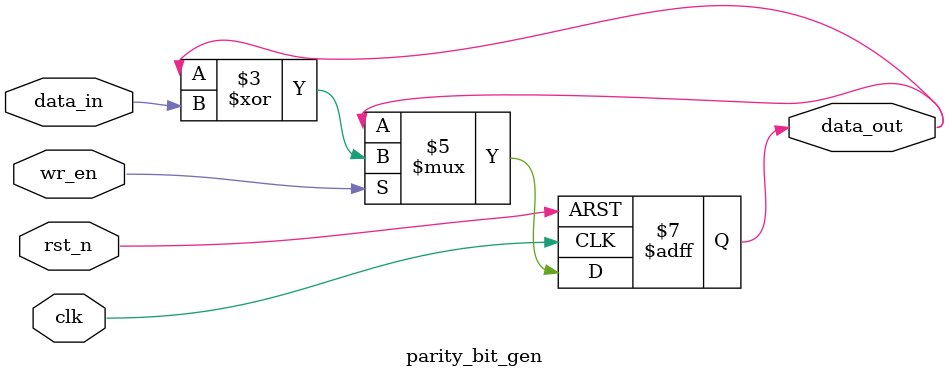
<source format=v>

module parity_bit_gen (
											 input wire data_in, // Data on which to perform a parity check.
											 input wire wr_en, // Write enable signal to indicate when new data has arrived.
											 input wire clk,
											 input wire rst_n,
											 output reg data_out // Output of our parity check. If high, indicates that an odd number of bits have been seen so far.
											 );

	 parameter EVEN_PARITY_BIT = 1'b0; // If set, then data_out being high indicates an even number of ones seen. If not set, being high indicates an odd number of ones seen.
	 	 
	 always @(posedge clk, negedge rst_n) begin
			if(rst_n == 0) data_out <= EVEN_PARITY_BIT;
			else if (wr_en) data_out <= data_out ^ data_in;
			else data_out <= data_out;
	 end
	 
endmodule // parity_bit

</source>
